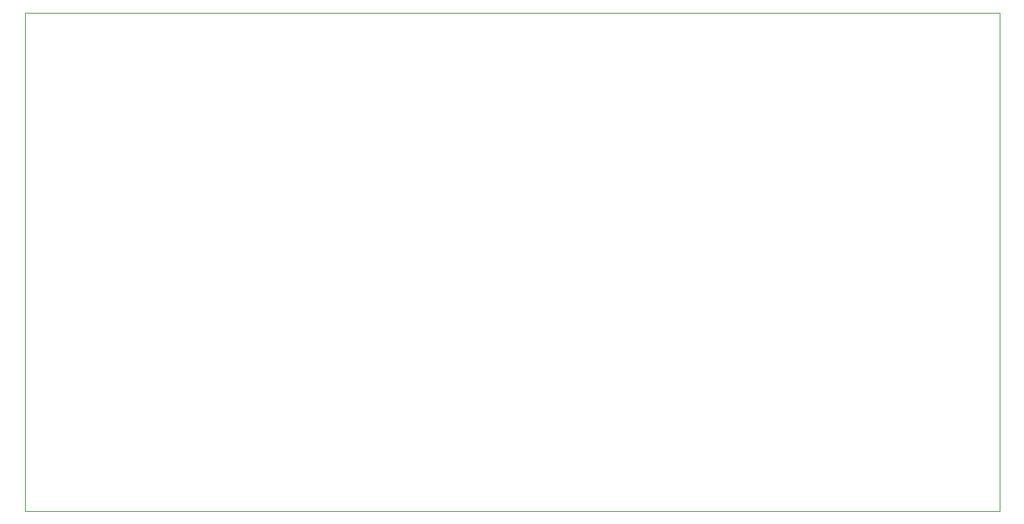
<source format=gbr>
%TF.GenerationSoftware,KiCad,Pcbnew,7.0.9*%
%TF.CreationDate,2023-12-11T14:06:04-05:00*%
%TF.ProjectId,pixel_char_fall2023,70697865-6c5f-4636-9861-725f66616c6c,rev?*%
%TF.SameCoordinates,Original*%
%TF.FileFunction,Profile,NP*%
%FSLAX46Y46*%
G04 Gerber Fmt 4.6, Leading zero omitted, Abs format (unit mm)*
G04 Created by KiCad (PCBNEW 7.0.9) date 2023-12-11 14:06:04*
%MOMM*%
%LPD*%
G01*
G04 APERTURE LIST*
%TA.AperFunction,Profile*%
%ADD10C,0.100000*%
%TD*%
G04 APERTURE END LIST*
D10*
X90900000Y-69550000D02*
X206300000Y-69550000D01*
X206300000Y-128550000D01*
X90900000Y-128550000D01*
X90900000Y-69550000D01*
M02*

</source>
